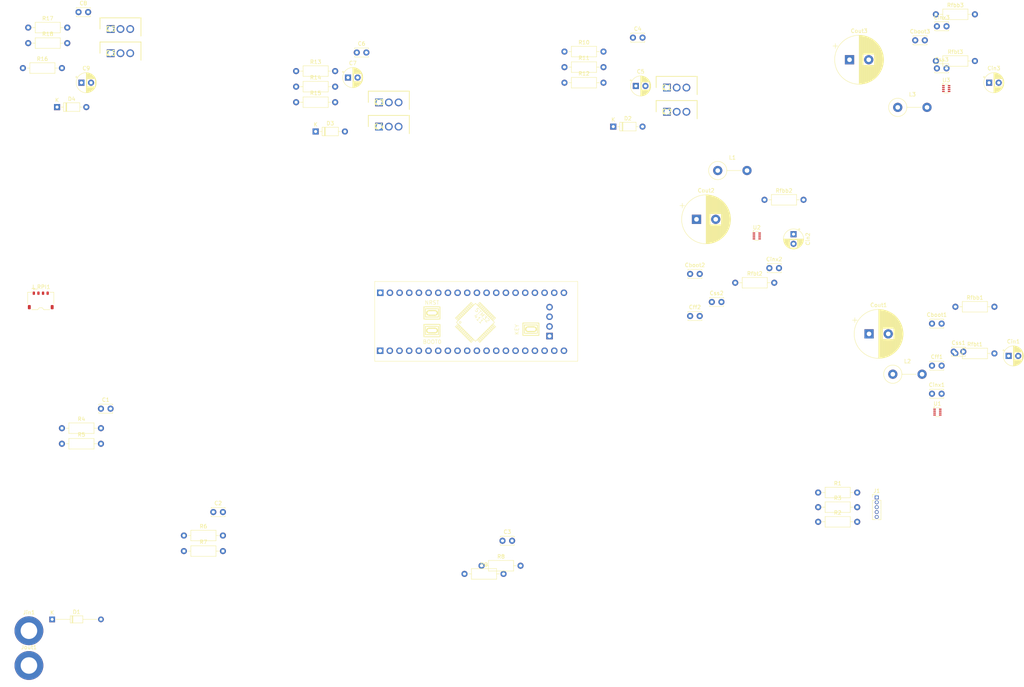
<source format=kicad_pcb>
(kicad_pcb (version 20240108) (generator "pcbnew") (generator_version "8.0")
  (layers (0 "F.Cu" signal) (31 "B.Cu" signal) (34 "B.Paste" user) (35 "F.Paste" user) (36 "B.SilkS" user "B.Silkscreen") (37 "F.SilkS" user "F.Silkscreen") (38 "B.Mask" user) (39 "F.Mask" user) (44 "Edge.Cuts" user))
  (net 0 "")
  (net 1 "Net-(U1-SW)")
  (net 2 "Net-(U1-BST)")
  (net 3 "Net-(U2-BST)")
  (net 4 "Net-(U2-SW)")
  (net 5 "Net-(U3-SW)")
  (net 6 "Net-(U3-BST)")
  (net 7 "Net-(U1-FB)")
  (net 8 "+12V")
  (net 9 "Net-(U2-FB)")
  (net 10 "+5V")
  (net 11 "+24V")
  (net 12 "GND")
  (net 13 "+3.3V")
  (net 14 "Net-(U1-SS)")
  (net 15 "Net-(U2-SS)")
  (net 16 "Net-(U3-SS)")
  (net 17 "Net-(D1-K)")
  (net 18 "Net-(D2-A)")
  (net 19 "BST_U")
  (net 20 "Net-(D3-A)")
  (net 21 "BST_V")
  (net 22 "BST_W")
  (net 23 "Net-(D4-A)")
  (net 24 "hal1")
  (net 25 "hal2")
  (net 26 "hal3")
  (net 27 "Net-(Q1-Pad1)")
  (net 28 "SH_U")
  (net 29 "SL_U")
  (net 30 "Net-(Q2-Pad1)")
  (net 31 "SH_V")
  (net 32 "Net-(Q3-Pad1)")
  (net 33 "SL_V")
  (net 34 "Net-(Q4-Pad1)")
  (net 35 "Net-(Q5-Pad1)")
  (net 36 "SH_W")
  (net 37 "Net-(Q6-Pad1)")
  (net 38 "SL_W")
  (net 39 "Net-(U3-FB)")
  (net 40 "HallU")
  (net 41 "HallW")
  (net 42 "HallV")
  (net 66 "SCL_RPI")
  (net 68 "SDA_RPI")
  (net 69 "SD_U")
  (net 73 "IN_U")
  (net 74 "IN_V")
  (net 76 "SD_V")
  (net 80 "IN_W")
  (net 83 "SD_W")
  (net 84 "GH_U")
  (net 85 "GL_U")
  (net 86 "GH_V")
  (net 87 "GL_V")
  (net 88 "GH_W")
  (net 89 "GL_W")
  (footprint "STM32:Blackpill" (layer "F.Cu") (at 113.184743 111.89)
    (property "Reference" "U7" (hide yes))
    (property "Value" "YAAJ_BlackPill_SWD_BreakoutV2" (hide yes))
    (fp_text user "NRST" (at 12.95 -14.69 0) (layer "F.SilkS") (effects (font (thickness 0.1)) (justify left bottom)))
    (fp_text user "BOOT0" (at 12.47 -4.48 0) (layer "F.SilkS") (effects (font (thickness 0.1)) (justify left bottom)))
    (fp_text user "STM32" (at 25.84 -13.3 -45) (layer "F.SilkS") (effects (font (thickness 0.1)) (justify left bottom)))
    (fp_text user "411" (at 25.56 -11.69 -45) (layer "F.SilkS") (effects (font (thickness 0.1)) (justify left bottom)))
    (fp_text user "KEY" (at 37.6 -6.82 90) (layer "F.SilkS") (effects (font (thickness 0.1)) (justify left bottom)))
    (pad "1" thru_hole circle (at 49.23 -17.84 270) (size 1.7 1.7) (drill 1) (layers "*.Cu" "*.Mask"))
    (pad "2" thru_hole circle (at 46.714202 -17.84 270) (size 1.7 1.7) (drill 1) (layers "*.Cu" "*.Mask") (net 69 "SD_U"))
    (pad "3" thru_hole circle (at 44.198413 -17.84 270) (size 1.7 1.7) (drill 1) (layers "*.Cu" "*.Mask") (net 76 "SD_V"))
    (pad "4" thru_hole circle (at 41.682624 -17.84 270) (size 1.7 1.7) (drill 1) (layers "*.Cu" "*.Mask") (net 83 "SD_W"))
    (pad "5" thru_hole circle (at 39.166835 -17.84 270) (size 1.7 1.7) (drill 1) (layers "*.Cu" "*.Mask"))
    (pad "6" thru_hole circle (at 36.651046 -17.84 270) (size 1.7 1.7) (drill 1) (layers "*.Cu" "*.Mask"))
    (pad "7" thru_hole circle (at 34.135257 -17.84 270) (size 1.7 1.7) (drill 1) (layers "*.Cu" "*.Mask"))
    (pad "8" thru_hole circle (at 31.619468 -17.84 270) (size 1.7 1.7) (drill 1) (layers "*.Cu" "*.Mask"))
    (pad "9" thru_hole circle (at 29.103679 -17.84 270) (size 1.7 1.7) (drill 1) (layers "*.Cu" "*.Mask"))
    (pad "10" thru_hole circle (at 26.58789 -17.84 270) (size 1.7 1.7) (drill 1) (layers "*.Cu" "*.Mask"))
    (pad "11" thru_hole circle (at 24.072101 -17.84 270) (size 1.7 1.7) (drill 1) (layers "*.Cu" "*.Mask"))
    (pad "12" thru_hole circle (at 21.556312 -17.84 270) (size 1.7 1.7) (drill 1) (layers "*.Cu" "*.Mask") (net 73 "IN_U"))
    (pad "13" thru_hole circle (at 19.040523 -17.84 270) (size 1.7 1.7) (drill 1) (layers "*.Cu" "*.Mask") (net 74 "IN_V"))
    (pad "14" thru_hole circle (at 16.524734 -17.84 270) (size 1.7 1.7) (drill 1) (layers "*.Cu" "*.Mask") (net 80 "IN_W"))
    (pad "15" thru_hole circle (at 14.008945 -17.84 270) (size 1.7 1.7) (drill 1) (layers "*.Cu" "*.Mask"))
    (pad "16" thru_hole circle (at 11.493156 -17.84 270) (size 1.7 1.7) (drill 1) (layers "*.Cu" "*.Mask"))
    (pad "17" thru_hole circle (at 8.977367 -17.84 270) (size 1.7 1.7) (drill 1) (layers "*.Cu" "*.Mask") (net 66 "SCL_RPI"))
    (pad "18" thru_hole circle (at 6.461578 -17.84 270) (size 1.7 1.7) (drill 1) (layers "*.Cu" "*.Mask") (net 13 "+3.3V"))
    (pad "19" thru_hole circle (at 3.945789 -17.84 270) (size 1.7 1.7) (drill 1) (layers "*.Cu" "*.Mask") (net 12 "GND"))
    (pad "20" thru_hole rect (at 1.43 -17.84 270) (size 1.7 1.7) (drill 1) (layers "*.Cu" "*.Mask"))
    (pad "21" thru_hole rect (at 1.4 -2.75 270) (size 1.7 1.7) (drill 1) (layers "*.Cu" "*.Mask"))
    (pad "22" thru_hole circle (at 3.917894 -2.75 270) (size 1.7 1.7) (drill 1) (layers "*.Cu" "*.Mask"))
    (pad "23" thru_hole circle (at 6.435788 -2.75 270) (size 1.7 1.7) (drill 1) (layers "*.Cu" "*.Mask"))
    (pad "24" thru_hole circle (at 8.953682 -2.75 270) (size 1.7 1.7) (drill 1) (layers "*.Cu" "*.Mask"))
    (pad "25" thru_hole circle (at 11.471576 -2.75 270) (size 1.7 1.7) (drill 1) (layers "*.Cu" "*.Mask"))
    (pad "26" thru_hole circle (at 13.98947 -2.75 270) (size 1.7 1.7) (drill 1) (layers "*.Cu" "*.Mask"))
    (pad "27" thru_hole circle (at 16.507364 -2.75 270) (size 1.7 1.7) (drill 1) (layers "*.Cu" "*.Mask"))
    (pad "28" thru_hole circle (at 19.025258 -2.75 270) (size 1.7 1.7) (drill 1) (layers "*.Cu" "*.Mask"))
    (pad "29" thru_hole circle (at 21.543152 -2.75 270) (size 1.7 1.7) (drill 1) (layers "*.Cu" "*.Mask"))
    (pad "30" thru_hole circle (at 24.061046 -2.75 270) (size 1.7 1.7) (drill 1) (layers "*.Cu" "*.Mask"))
    (pad "31" thru_hole circle (at 26.57894 -2.75 270) (size 1.7 1.7) (drill 1) (layers "*.Cu" "*.Mask") (net 68 "SDA_RPI"))
    (pad "32" thru_hole circle (at 29.096834 -2.75 270) (size 1.7 1.7) (drill 1) (layers "*.Cu" "*.Mask"))
    (pad "33" thru_hole circle (at 31.614728 -2.75 270) (size 1.7 1.7) (drill 1) (layers "*.Cu" "*.Mask") (net 40 "HallU"))
    (pad "34" thru_hole circle (at 34.132622 -2.75 270) (size 1.7 1.7) (drill 1) (layers "*.Cu" "*.Mask") (net 42 "HallV"))
    (pad "35" thru_hole circle (at 36.650516 -2.75 270) (size 1.7 1.7) (drill 1) (layers "*.Cu" "*.Mask") (net 41 "HallW"))
    (pad "36" thru_hole circle (at 39.16841 -2.75 270) (size 1.7 1.7) (drill 1) (layers "*.Cu" "*.Mask"))
    (pad "37" thru_hole circle (at 41.686304 -2.75 270) (size 1.7 1.7) (drill 1) (layers "*.Cu" "*.Mask"))
    (pad "38" thru_hole circle (at 44.204198 -2.75 270) (size 1.7 1.7) (drill 1) (layers "*.Cu" "*.Mask"))
    (pad "39" thru_hole circle (at 46.722092 -2.75 270) (size 1.7 1.7) (drill 1) (layers "*.Cu" "*.Mask") (net 12 "GND"))
    (pad "40" thru_hole circle (at 49.24 -2.75 270) (size 1.7 1.7) (drill 1) (layers "*.Cu" "*.Mask") (net 13 "+3.3V"))
    (pad "41" thru_hole rect (at 45.49 -6.57 270) (size 1.7 1.7) (drill 1) (layers "*.Cu" "*.Mask") (net 13 "+3.3V"))
    (pad "42" thru_hole circle (at 45.49 -9.07 270) (size 1.7 1.7) (drill 1) (layers "*.Cu" "*.Mask"))
    (pad "43" thru_hole circle (at 45.49 -11.6 270) (size 1.7 1.7) (drill 1) (layers "*.Cu" "*.Mask"))
    (pad "44" thru_hole circle (at 45.49 -14.11 270) (size 1.7 1.7) (drill 1) (layers "*.Cu" "*.Mask") (net 12 "GND"))
  )
  (footprint "Capacitor_THT:CP_Radial_D5.0mm_P2.50mm" (layer "F.Cu") (at 36.83 39.37)
    (property "Reference" "C9" (at 1.25 -3.75 0) (layer "F.SilkS"))
    (property "Value" "2.2u")
    (pad "1" thru_hole rect (at 0 0) (size 1.6 1.6) (drill 0.8) (layers "*.Cu" "*.Mask") (net 11 "+24V"))
    (pad "2" thru_hole circle (at 2.5 0) (size 1.6 1.6) (drill 0.8) (layers "*.Cu" "*.Mask") (net 12 "GND"))
  )
  (footprint "Capacitor_THT:C_Disc_D3.4mm_W2.1mm_P2.50mm" (layer "F.Cu") (at 259.510225 35.63)
    (property "Reference" "Css3" (at 1.25 -2.3 0) (layer "F.SilkS"))
    (property "Value" "33n")
    (pad "1" thru_hole circle (at 0 0) (size 1.6 1.6) (drill 0.8) (layers "*.Cu" "*.Mask") (net 12 "GND"))
    (pad "2" thru_hole circle (at 2.5 0) (size 1.6 1.6) (drill 0.8) (layers "*.Cu" "*.Mask") (net 16 "Net-(U3-SS)"))
  )
  (footprint "Capacitor_THT:C_Disc_D3.4mm_W2.1mm_P2.50mm" (layer "F.Cu") (at 36.070225 20.99)
    (property "Reference" "C8" (at 1.25 -2.3 0) (layer "F.SilkS"))
    (property "Value" "47n")
    (pad "1" thru_hole circle (at 0 0) (size 1.6 1.6) (drill 0.8) (layers "*.Cu" "*.Mask") (net 22 "BST_W"))
    (pad "2" thru_hole circle (at 2.5 0) (size 1.6 1.6) (drill 0.8) (layers "*.Cu" "*.Mask") (net 36 "SH_W"))
  )
  (footprint "Capacitor_THT:C_Disc_D3.4mm_W2.1mm_P2.50mm" (layer "F.Cu") (at 195.27 89.15)
    (property "Reference" "Cboot2" (at 1.25 -2.3 0) (layer "F.SilkS"))
    (property "Value" "100n")
    (pad "1" thru_hole circle (at 0 0) (size 1.6 1.6) (drill 0.8) (layers "*.Cu" "*.Mask") (net 3 "Net-(U2-BST)"))
    (pad "2" thru_hole circle (at 2.5 0) (size 1.6 1.6) (drill 0.8) (layers "*.Cu" "*.Mask") (net 4 "Net-(U2-SW)"))
  )
  (footprint "Package_TO_SOT_SMD:SOT-583-8" (layer "F.Cu") (at 261.940225 40.895)
    (property "Reference" "U3" (at 0 -2.2 0) (layer "F.SilkS"))
    (property "Value" "TPS62932")
    (pad "1" smd roundrect (at -0.74 -0.75) (size 0.67 0.3) (layers "F.Cu" "F.Paste" "F.Mask") (roundrect_rratio 0.1666666667))
    (pad "2" smd roundrect (at -0.74 -0.25) (size 0.67 0.3) (layers "F.Cu" "F.Paste" "F.Mask") (roundrect_rratio 0.1666666667))
    (pad "3" smd roundrect (at -0.74 0.25) (size 0.67 0.3) (layers "F.Cu" "F.Paste" "F.Mask") (roundrect_rratio 0.1666666667) (net 11 "+24V"))
    (pad "4" smd roundrect (at -0.74 0.75) (size 0.67 0.3) (layers "F.Cu" "F.Paste" "F.Mask") (roundrect_rratio 0.1666666667) (net 12 "GND"))
    (pad "5" smd roundrect (at 0.74 0.75) (size 0.67 0.3) (layers "F.Cu" "F.Paste" "F.Mask") (roundrect_rratio 0.1666666667) (net 5 "Net-(U3-SW)"))
    (pad "6" smd roundrect (at 0.74 0.25) (size 0.67 0.3) (layers "F.Cu" "F.Paste" "F.Mask") (roundrect_rratio 0.1666666667) (net 6 "Net-(U3-BST)"))
    (pad "7" smd roundrect (at 0.74 -0.25) (size 0.67 0.3) (layers "F.Cu" "F.Paste" "F.Mask") (roundrect_rratio 0.1666666667) (net 16 "Net-(U3-SS)"))
    (pad "8" smd roundrect (at 0.74 -0.75) (size 0.67 0.3) (layers "F.Cu" "F.Paste" "F.Mask") (roundrect_rratio 0.1666666667) (net 39 "Net-(U3-FB)"))
  )
  (footprint "Inductor_THT:L_Axial_L13.0mm_D4.5mm_P7.62mm_Vertical_Fastron_HCCC" (layer "F.Cu") (at 249.310225 45.79)
    (property "Reference" "L3" (at 3.81 -3.37 0) (layer "F.SilkS"))
    (property "Value" "7.8u")
    (pad "1" thru_hole circle (at 0 0) (size 2.4 2.4) (drill 1.2) (layers "*.Cu" "*.Mask") (net 13 "+3.3V"))
    (pad "2" thru_hole oval (at 7.62 0) (size 2.4 2.4) (drill 1.2) (layers "*.Cu" "*.Mask") (net 5 "Net-(U3-SW)"))
  )
  (footprint "Resistor_THT:R_Axial_DIN0207_L6.3mm_D2.5mm_P10.16mm_Horizontal" (layer "F.Cu") (at 22.980225 25.02)
    (property "Reference" "R17" (at 5.08 -2.37 0) (layer "F.SilkS"))
    (property "Value" "4.7")
    (pad "1" thru_hole circle (at 0 0) (size 1.6 1.6) (drill 0.8) (layers "*.Cu" "*.Mask") (net 88 "GH_W"))
    (pad "2" thru_hole oval (at 10.16 0) (size 1.6 1.6) (drill 0.8) (layers "*.Cu" "*.Mask") (net 35 "Net-(Q5-Pad1)"))
  )
  (footprint "Diode_THT:D_DO-35_SOD27_P7.62mm_Horizontal" (layer "F.Cu") (at 175.26 50.8)
    (property "Reference" "D2" (at 3.81 -2.12 0) (layer "F.SilkS"))
    (property "Value" "1N4148")
    (fp_text user "K" (at 0 -1.8 0) (layer "F.SilkS"))
    (pad "1" thru_hole rect (at 0 0) (size 1.6 1.6) (drill 0.8) (layers "*.Cu" "*.Mask") (net 19 "BST_U"))
    (pad "2" thru_hole oval (at 7.62 0) (size 1.6 1.6) (drill 0.8) (layers "*.Cu" "*.Mask") (net 18 "Net-(D2-A)"))
  )
  (footprint "Resistor_THT:R_Axial_DIN0207_L6.3mm_D2.5mm_P10.16mm_Horizontal" (layer "F.Cu") (at 228.6 146.05)
    (property "Reference" "R1" (at 5.08 -2.37 0) (layer "F.SilkS"))
    (property "Value" "10k")
    (pad "1" thru_hole circle (at 0 0) (size 1.6 1.6) (drill 0.8) (layers "*.Cu" "*.Mask") (net 13 "+3.3V"))
    (pad "2" thru_hole oval (at 10.16 0) (size 1.6 1.6) (drill 0.8) (layers "*.Cu" "*.Mask") (net 24 "hal1"))
  )
  (footprint "Resistor_THT:R_Axial_DIN0207_L6.3mm_D2.5mm_P10.16mm_Horizontal" (layer "F.Cu") (at 264.320225 109.84)
    (property "Reference" "Rfbt1" (at 5.08 -2.37 0) (layer "F.SilkS"))
    (property "Value" "140k")
    (pad "1" thru_hole circle (at 0 0) (size 1.6 1.6) (drill 0.8) (layers "*.Cu" "*.Mask") (net 8 "+12V"))
    (pad "2" thru_hole oval (at 10.16 0) (size 1.6 1.6) (drill 0.8) (layers "*.Cu" "*.Mask") (net 7 "Net-(U1-FB)"))
  )
  (footprint "Package_TO_SOT_SMD:SOT-583-8" (layer "F.Cu") (at 212.62 79.26)
    (property "Reference" "U2" (at 0 -2.2 0) (layer "F.SilkS"))
    (property "Value" "TPS62932")
    (pad "1" smd roundrect (at -0.74 -0.75) (size 0.67 0.3) (layers "F.Cu" "F.Paste" "F.Mask") (roundrect_rratio 0.1666666667))
    (pad "2" smd roundrect (at -0.74 -0.25) (size 0.67 0.3) (layers "F.Cu" "F.Paste" "F.Mask") (roundrect_rratio 0.1666666667))
    (pad "3" smd roundrect (at -0.74 0.25) (size 0.67 0.3) (layers "F.Cu" "F.Paste" "F.Mask") (roundrect_rratio 0.1666666667) (net 11 "+24V"))
    (pad "4" smd roundrect (at -0.74 0.75) (size 0.67 0.3) (layers "F.Cu" "F.Paste" "F.Mask") (roundrect_rratio 0.1666666667) (net 12 "GND"))
    (pad "5" smd roundrect (at 0.74 0.75) (size 0.67 0.3) (layers "F.Cu" "F.Paste" "F.Mask") (roundrect_rratio 0.1666666667) (net 4 "Net-(U2-SW)"))
    (pad "6" smd roundrect (at 0.74 0.25) (size 0.67 0.3) (layers "F.Cu" "F.Paste" "F.Mask") (roundrect_rratio 0.1666666667) (net 3 "Net-(U2-BST)"))
    (pad "7" smd roundrect (at 0.74 -0.25) (size 0.67 0.3) (layers "F.Cu" "F.Paste" "F.Mask") (roundrect_rratio 0.1666666667) (net 15 "Net-(U2-SS)"))
    (pad "8" smd roundrect (at 0.74 -0.75) (size 0.67 0.3) (layers "F.Cu" "F.Paste" "F.Mask") (roundrect_rratio 0.1666666667) (net 9 "Net-(U2-FB)"))
  )
  (footprint "Capacitor_THT:CP_Radial_D5.0mm_P2.50mm" (layer "F.Cu") (at 222.185112 78.804886 -90)
    (property "Reference" "Cin2" (at 1.25 -3.75 90) (layer "F.SilkS"))
    (property "Value" "10u")
    (pad "1" thru_hole rect (at 0 0 270) (size 1.6 1.6) (drill 0.8) (layers "*.Cu" "*.Mask") (net 11 "+24V"))
    (pad "2" thru_hole circle (at 2.5 0 270) (size 1.6 1.6) (drill 0.8) (layers "*.Cu" "*.Mask") (net 12 "GND"))
  )
  (footprint "Resistor_THT:R_Axial_DIN0207_L6.3mm_D2.5mm_P10.16mm_Horizontal" (layer "F.Cu") (at 136.54 167.23)
    (property "Reference" "R9" (at 5.08 -2.37 0) (layer "F.SilkS"))
    (property "Value" "10k")
    (pad "1" thru_hole circle (at 0 0) (size 1.6 1.6) (drill 0.8) (layers "*.Cu" "*.Mask") (net 83 "SD_W"))
    (pad "2" thru_hole oval (at 10.16 0) (size 1.6 1.6) (drill 0.8) (layers "*.Cu" "*.Mask") (net 12 "GND"))
  )
  (footprint "Capacitor_THT:C_Disc_D3.4mm_W2.1mm_P2.50mm" (layer "F.Cu") (at 215.9 87.63)
    (property "Reference" "Cinx2" (at 1.25 -2.3 0) (layer "F.SilkS"))
    (property "Value" "100n")
    (pad "1" thru_hole circle (at 0 0) (size 1.6 1.6) (drill 0.8) (layers "*.Cu" "*.Mask") (net 11 "+24V"))
    (pad "2" thru_hole circle (at 2.5 0) (size 1.6 1.6) (drill 0.8) (layers "*.Cu" "*.Mask") (net 12 "GND"))
  )
  (footprint "Capacitor_THT:C_Disc_D3.4mm_W2.1mm_P2.50mm" (layer "F.Cu") (at 258.230225 120.33)
    (property "Reference" "Cinx1" (at 1.25 -2.3 0) (layer "F.SilkS"))
    (property "Value" "100n")
    (pad "1" thru_hole circle (at 0 0) (size 1.6 1.6) (drill 0.8) (layers "*.Cu" "*.Mask") (net 11 "+24V"))
    (pad "2" thru_hole circle (at 2.5 0) (size 1.6 1.6) (drill 0.8) (layers "*.Cu" "*.Mask") (net 12 "GND"))
  )
  (footprint "Resistor_THT:R_Axial_DIN0207_L6.3mm_D2.5mm_P10.16mm_Horizontal" (layer "F.Cu") (at 31.75 129.3)
    (property "Reference" "R4" (at 5.08 -2.37 0) (layer "F.SilkS"))
    (property "Value" "10k")
    (pad "1" thru_hole circle (at 0 0) (size 1.6 1.6) (drill 0.8) (layers "*.Cu" "*.Mask") (net 69 "SD_U"))
    (pad "2" thru_hole oval (at 10.16 0) (size 1.6 1.6) (drill 0.8) (layers "*.Cu" "*.Mask") (net 12 "GND"))
  )
  (footprint "Capacitor_THT:C_Disc_D3.4mm_W2.1mm_P2.50mm" (layer "F.Cu") (at 180.385 27.64)
    (property "Reference" "C4" (at 1.25 -2.3 0) (layer "F.SilkS"))
    (property "Value" "47n")
    (pad "1" thru_hole circle (at 0 0) (size 1.6 1.6) (drill 0.8) (layers "*.Cu" "*.Mask") (net 19 "BST_U"))
    (pad "2" thru_hole circle (at 2.5 0) (size 1.6 1.6) (drill 0.8) (layers "*.Cu" "*.Mask") (net 28 "SH_U"))
  )
  (footprint "MountingHole:MountingHole_4.3mm_M4_DIN965_Pad" (layer "F.Cu") (at 23.16 182.02)
    (property "Reference" "Jin1" (at 0 -4.75 0) (layer "F.SilkS"))
    (property "Value" "Conn_01x01_Socket")
    (pad "1" thru_hole circle (at 0 0) (size 7.5 7.5) (drill 4.3) (layers "*.Cu" "*.Mask") (net 11 "+24V"))
  )
  (footprint "Resistor_THT:R_Axial_DIN0207_L6.3mm_D2.5mm_P10.16mm_Horizontal" (layer "F.Cu") (at 259.240225 21.57)
    (property "Reference" "Rfbb3" (at 5.08 -2.37 0) (layer "F.SilkS"))
    (property "Value" "10k")
    (pad "1" thru_hole circle (at 0 0) (size 1.6 1.6) (drill 0.8) (layers "*.Cu" "*.Mask") (net 39 "Net-(U3-FB)"))
    (pad "2" thru_hole oval (at 10.16 0) (size 1.6 1.6) (drill 0.8) (layers "*.Cu" "*.Mask") (net 12 "GND"))
  )
  (footprint "Capacitor_THT:C_Disc_D3.4mm_W2.1mm_P2.50mm" (layer "F.Cu") (at 253.860225 28.33)
    (property "Reference" "Cboot3" (at 1.25 -2.3 0) (layer "F.SilkS"))
    (property "Value" "100n")
    (pad "1" thru_hole circle (at 0 0) (size 1.6 1.6) (drill 0.8) (layers "*.Cu" "*.Mask") (net 6 "Net-(U3-BST)"))
    (pad "2" thru_hole circle (at 2.5 0) (size 1.6 1.6) (drill 0.8) (layers "*.Cu" "*.Mask") (net 5 "Net-(U3-SW)"))
  )
  (footprint "Resistor_THT:R_Axial_DIN0207_L6.3mm_D2.5mm_P10.16mm_Horizontal" (layer "F.Cu") (at 207.01 91.44)
    (property "Reference" "Rfbt2" (at 5.08 -2.37 0) (layer "F.SilkS"))
    (property "Value" "52.3k")
    (pad "1" thru_hole circle (at 0 0) (size 1.6 1.6) (drill 0.8) (layers "*.Cu" "*.Mask") (net 10 "+5V"))
    (pad "2" thru_hole oval (at 10.16 0) (size 1.6 1.6) (drill 0.8) (layers "*.Cu" "*.Mask") (net 9 "Net-(U2-FB)"))
  )
  (footprint "Package_TO_SOT_SMD:SOT-583-8" (layer "F.Cu") (at 259.640225 125.115)
    (property "Reference" "U1" (at 0 -2.2 0) (layer "F.SilkS"))
    (property "Value" "TPS62932")
    (pad "1" smd roundrect (at -0.74 -0.75) (size 0.67 0.3) (layers "F.Cu" "F.Paste" "F.Mask") (roundrect_rratio 0.1666666667))
    (pad "2" smd roundrect (at -0.74 -0.25) (size 0.67 0.3) (layers "F.Cu" "F.Paste" "F.Mask") (roundrect_rratio 0.1666666667))
    (pad "3" smd roundrect (at -0.74 0.25) (size 0.67 0.3) (layers "F.Cu" "F.Paste" "F.Mask") (roundrect_rratio 0.1666666667) (net 11 "+24V"))
    (pad "4" smd roundrect (at -0.74 0.75) (size 0.67 0.3) (layers "F.Cu" "F.Paste" "F.Mask") (roundrect_rratio 0.1666666667) (net 12 "GND"))
    (pad "5" smd roundrect (at 0.74 0.75) (size 0.67 0.3) (layers "F.Cu" "F.Paste" "F.Mask") (roundrect_rratio 0.1666666667) (net 1 "Net-(U1-SW)"))
    (pad "6" smd roundrect (at 0.74 0.25) (size 0.67 0.3) (layers "F.Cu" "F.Paste" "F.Mask") (roundrect_rratio 0.1666666667) (net 2 "Net-(U1-BST)"))
    (pad "7" smd roundrect (at 0.74 -0.25) (size 0.67 0.3) (layers "F.Cu" "F.Paste" "F.Mask") (roundrect_rratio 0.1666666667) (net 14 "Net-(U1-SS)"))
    (pad "8" smd roundrect (at 0.74 -0.75) (size 0.67 0.3) (layers "F.Cu" "F.Paste" "F.Mask") (roundrect_rratio 0.1666666667) (net 7 "Net-(U1-FB)"))
  )
  (footprint "Diode_THT:D_DO-35_SOD27_P7.62mm_Horizontal" (layer "F.Cu") (at 97.79 52.07)
    (property "Reference" "D3" (at 3.81 -2.12 0) (layer "F.SilkS"))
    (property "Value" "1N4148")
    (fp_text user "K" (at 0 -1.8 0) (layer "F.SilkS"))
    (pad "1" thru_hole rect (at 0 0) (size 1.6 1.6) (drill 0.8) (layers "*.Cu" "*.Mask") (net 21 "BST_V"))
    (pad "2" thru_hole oval (at 7.62 0) (size 1.6 1.6) (drill 0.8) (layers "*.Cu" "*.Mask") (net 20 "Net-(D3-A)"))
  )
  (footprint "Capacitor_THT:C_Disc_D3.4mm_W2.1mm_P2.50mm" (layer "F.Cu") (at 263.880225 109.38)
    (property "Reference" "Css1" (at 1.25 -2.3 0) (layer "F.SilkS"))
    (property "Value" "33n")
    (pad "1" thru_hole circle (at 0 0) (size 1.6 1.6) (drill 0.8) (layers "*.Cu" "*.Mask") (net 12 "GND"))
    (pad "2" thru_hole circle (at 2.5 0) (size 1.6 1.6) (drill 0.8) (layers "*.Cu" "*.Mask") (net 14 "Net-(U1-SS)"))
  )
  (footprint "Capacitor_THT:C_Disc_D3.4mm_W2.1mm_P2.50mm" (layer "F.Cu") (at 258.230225 102.08)
    (property "Reference" "Cboot1" (at 1.25 -2.3 0) (layer "F.SilkS"))
    (property "Value" "100n")
    (pad "1" thru_hole circle (at 0 0) (size 1.6 1.6) (drill 0.8) (layers "*.Cu" "*.Mask") (net 2 "Net-(U1-BST)"))
    (pad "2" thru_hole circle (at 2.5 0) (size 1.6 1.6) (drill 0.8) (layers "*.Cu" "*.Mask") (net 1 "Net-(U1-SW)"))
  )
  (footprint "Resistor_THT:R_Axial_DIN0207_L6.3mm_D2.5mm_P10.16mm_Horizontal" (layer "F.Cu") (at 92.71 36.35)
    (property "Reference" "R13" (at 5.08 -2.37 0) (layer "F.SilkS"))
    (property "Value" "10")
    (pad "1" thru_hole circle (at 0 0) (size 1.6 1.6) (drill 0.8) (layers "*.Cu" "*.Mask") (net 8 "+12V"))
    (pad "2" thru_hole oval (at 10.16 0) (size 1.6 1.6) (drill 0.8) (layers "*.Cu" "*.Mask") (net 20 "Net-(D3-A)"))
  )
  (footprint "Capacitor_THT:C_Disc_D3.4mm_W2.1mm_P2.50mm" (layer "F.Cu") (at 259.510225 24.68)
    (property "Reference" "Cinx3" (at 1.25 -2.3 0) (layer "F.SilkS"))
    (property "Value" "100n")
    (pad "1" thru_hole circle (at 0 0) (size 1.6 1.6) (drill 0.8) (layers "*.Cu" "*.Mask") (net 11 "+24V"))
    (pad "2" thru_hole circle (at 2.5 0) (size 1.6 1.6) (drill 0.8) (layers "*.Cu" "*.Mask") (net 12 "GND"))
  )
  (footprint "Resistor_THT:R_Axial_DIN0207_L6.3mm_D2.5mm_P10.16mm_Horizontal" (layer "F.Cu") (at 92.71 40.4)
    (property "Reference" "R14" (at 5.08 -2.37 0) (layer "F.SilkS"))
    (property "Value" "4.7")
    (pad "1" thru_hole circle (at 0 0) (size 1.6 1.6) (drill 0.8) (layers "*.Cu" "*.Mask") (net 86 "GH_V"))
    (pad "2" thru_hole oval (at 10.16 0) (size 1.6 1.6) (drill 0.8) (layers "*.Cu" "*.Mask") (net 32 "Net-(Q3-Pad1)"))
  )
  (footprint "Resistor_THT:R_Axial_DIN0207_L6.3mm_D2.5mm_P10.16mm_Horizontal" (layer "F.Cu") (at 214.63 69.85)
    (property "Reference" "Rfbb2" (at 5.08 -2.37 0) (layer "F.SilkS"))
    (property "Value" "10k")
    (pad "1" thru_hole circle (at 0 0) (size 1.6 1.6) (drill 0.8) (layers "*.Cu" "*.Mask") (net 9 "Net-(U2-FB)"))
    (pad "2" thru_hole oval (at 10.16 0) (size 1.6 1.6) (drill 0.8) (layers "*.Cu" "*.Mask") (net 12 "GND"))
  )
  (footprint "Resistor_THT:R_Axial_DIN0207_L6.3mm_D2.5mm_P10.16mm_Horizontal" (layer "F.Cu") (at 63.5 161.29)
    (property "Reference" "R7" (at 5.08 -2.37 0) (layer "F.SilkS"))
    (property "Value" "10k")
    (pad "1" thru_hole circle (at 0 0) (size 1.6 1.6) (drill 0.8) (layers "*.Cu" "*.Mask") (net 76 "SD_V"))
    (pad "2" thru_hole oval (at 10.16 0) (size 1.6 1.6) (drill 0.8) (layers "*.Cu" "*.Mask") (net 12 "GND"))
  )
  (footprint "Inductor_THT:L_Axial_L13.0mm_D4.5mm_P7.62mm_Vertical_Fastron_HCCC" (layer "F.Cu") (at 202.455 62.23)
    (property "Reference" "L1" (at 3.81 -3.37 0) (layer "F.SilkS"))
    (property "Value" "10u")
    (pad "1" thru_hole circle (at 0 0) (size 2.4 2.4) (drill 1.2) (layers "*.Cu" "*.Mask") (net 10 "+5V"))
    (pad "2" thru_hole oval (at 7.62 0) (size 2.4 2.4) (drill 1.2) (layers "*.Cu" "*.Mask") (net 4 "Net-(U2-SW)"))
  )
  (footprint "Resistor_THT:R_Axial_DIN0207_L6.3mm_D2.5mm_P10.16mm_Horizontal" (layer "F.Cu") (at 259.240225 33.72)
    (property "Reference" "Rfbt3" (at 5.08 -2.37 0) (layer "F.SilkS"))
    (property "Value" "30.9")
    (pad "1" thru_hole circle (at 0 0) (size 1.6 1.6) (drill 0.8) (layers "*.Cu" "*.Mask") (net 13 "+3.3V"))
    (pad "2" thru_hole oval (at 10.16 0) (size 1.6 1.6) (drill 0.8) (layers "*.Cu" "*.Mask") (net 39 "Net-(U3-FB)"))
  )
  (footprint "Resistor_THT:R_Axial_DIN0207_L6.3mm_D2.5mm_P10.16mm_Horizontal" (layer "F.Cu") (at 228.6 149.86)
    (property "Reference" "R3" (at 5.08 -2.37 0) (layer "F.SilkS"))
    (property "Value" "10k")
    (pad "1" thru_hole circle (at 0 0) (size 1.6 1.6) (drill 0.8) (layers "*.Cu" "*.Mask") (net 13 "+3.3V"))
    (pad "2" thru_hole oval (at 10.16 0) (size 1.6 1.6) (drill 0.8) (layers "*.Cu" "*.Mask") (net 25 "hal2"))
  )
  (footprint "LIB_IPP015N04NF2SAKMA1:TO254P475X1028X1996-3P" (layer "F.Cu") (at 114.3 44.5)
    (property "Reference" "Q3" (at 0 0 0) (layer "F.SilkS") (effects (font (size 1.27 1.27) (thickness 0.254))))
    (property "Value" "IPP015N04NF2SAKMA1" (hide yes))
    (pad "1" thru_hole rect (at 0 0) (size 2.025 2.025) (drill 1.35) (layers "*.Cu" "*.Mask") (net 32 "Net-(Q3-Pad1)"))
    (pad "2" thru_hole circle (at 2.54 0) (size 2.025 2.025) (drill 1.35) (layers "*.Cu" "*.Mask") (net 11 "+24V"))
    (pad "3" thru_hole circle (at 5.08 0) (size 2.025 2.025) (drill 1.35) (layers "*.Cu" "*.Mask") (net 31 "SH_V"))
  )
  (footprint "Connector_JST:JST_ACH_BM04B-ACHSS-A-GAN-ETF_1x04-1MP_P1.20mm_Vertical" (layer "F.Cu") (at 26.235 96.04)
    (property "Reference" "J_RPI1" (at 0 -3.5 0) (layer "F.SilkS"))
    (property "Value" "Conn_01x04")
    (pad "1" smd roundrect (at -1.8 -1.875) (size 0.6 0.85) (layers "F.Cu" "F.Paste" "F.Mask") (net 10 "+5V"))
    (pad "2" smd roundrect (at -0.6 -1.875) (size 0.6 0.85) (layers "F.Cu" "F.Paste" "F.Mask") (net 66 "SCL_RPI"))
    (pad "3" smd roundrect (at 0.6 -1.875) (size 0.6 0.85) (layers "F.Cu" "F.Paste" "F.Mask") (net 68 "SDA_RPI"))
    (pad "4" smd roundrect (at 1.8 -1.875) (size 0.6 0.85) (layers "F.Cu" "F.Paste" "F.Mask") (net 12 "GND"))
    (pad "MP" smd roundrect (at -2.975 1.75) (size 0.75 1.1) (layers "F.Cu" "F.Paste" "F.Mask"))
    (pad "MP" smd roundrect (at 2.975 1.75) (size 0.75 1.1) (layers "F.Cu" "F.Paste" "F.Mask"))
  )
  (footprint "Capacitor_THT:C_Disc_D3.4mm_W2.1mm_P2.50mm" (layer "F.Cu") (at 258.230225 113.03)
    (property "Reference" "Cff1" (at 1.25 -2.3 0) (layer "F.SilkS"))
    (property "Value" "47p")
    (pad "1" thru_hole circle (at 0 0) (size 1.6 1.6) (drill 0.8) (layers "*.Cu" "*.Mask") (net 8 "+12V"))
    (pad "2" thru_hole circle (at 2.5 0) (size 1.6 1.6) (drill 0.8) (layers "*.Cu" "*.Mask") (net 7 "Net-(U1-FB)"))
  )
  (footprint "Capacitor_THT:C_Disc_D3.4mm_W2.1mm_P2.50mm" (layer "F.Cu") (at 71.16 151.13)
    (property "Reference" "C2" (at 1.25 -2.3 0) (layer "F.SilkS"))
    (property "Value" "470n")
    (pad "1" thru_hole circle (at 0 0) (size 1.6 1.6) (drill 0.8) (layers "*.Cu" "*.Mask") (net 12 "GND"))
    (pad "2" thru_hole circle (at 2.5 0) (size 1.6 1.6) (drill 0.8) (layers "*.Cu" "*.Mask") (net 8 "+12V"))
  )
  (footprint "Capacitor_THT:CP_Radial_D12.5mm_P5.00mm" (layer "F.Cu") (at 196.93 74.93)
    (property "Reference" "Cout2" (at 2.5 -7.5 0) (layer "F.SilkS"))
    (property "Value" "47u")
    (pad "1" thru_hole rect (at 0 0) (size 2.4 2.4) (drill 1.2) (layers "*.Cu" "*.Mask") (net 10 "+5V"))
    (pad "2" thru_hole circle (at 5 0) (size 2.4 2.4) (drill 1.2) (layers "*.Cu" "*.Mask") (net 12 "GND"))
  )
  (footprint "Capacitor_THT:C_Disc_D3.4mm_W2.1mm_P2.50mm" (layer "F.Cu") (at 41.91 124.22)
    (property "Reference" "C1" (at 1.25 -2.3 0) (layer "F.SilkS"))
    (property "Value" "470n")
    (pad "1" thru_hole circle (at 0 0) (size 1.6 1.6) (drill 0.8) (layers "*.Cu" "*.Mask") (net 12 "GND"))
    (pad "2" thru_hole circle (at 2.5 0) (size 1.6 1.6) (drill 0.8) (layers "*.Cu" "*.Mask") (net 8 "+12V"))
  )
  (footprint "Capacitor_THT:CP_Radial_D5.0mm_P2.50mm" (layer "F.Cu") (at 106.214775 38.03)
    (property "Reference" "C7" (at 1.25 -3.75 0) (layer "F.SilkS"))
    (property "Value" "2.2u")
    (pad "1" thru_hole rect (at 0 0) (size 1.6 1.6) (drill 0.8) (layers "*.Cu" "*.Mask") (net 11 "+24V"))
    (pad "2" thru_hole circle (at 2.5 0) (size 1.6 1.6) (drill 0.8) (layers "*.Cu" "*.Mask") (net 12 "GND"))
  )
  (footprint "Resistor_THT:R_Axial_DIN0207_L6.3mm_D2.5mm_P10.16mm_Horizontal" (layer "F.Cu") (at 21.59 35.56)
    (property "Reference" "R16" (at 5.08 -2.37 0) (layer "F.SilkS"))
    (property "Value" "10")
    (pad "1" thru_hole circle (at 0 0) (size 1.6 1.6) (drill 0.8) (layers "*.Cu" "*.Mask") (net 8 "+12V"))
    (pad "2" thru_hole oval (at 10.16 0) (size 1.6 1.6) (drill 0.8) (layers "*.Cu" "*.Mask") (net 23 "Net-(D4-A)"))
  )
  (footprint "Resistor_THT:R_Axial_DIN0207_L6.3mm_D2.5mm_P10.16mm_Horizontal" (layer "F.Cu") (at 140.97 165.1)
    (property "Reference" "R8" (at 5.08 -2.37 0) (layer "F.SilkS"))
    (property "Value" "10k")
    (pad "1" thru_hole circle (at 0 0) (size 1.6 1.6) (drill 0.8) (layers "*.Cu" "*.Mask") (net 80 "IN_W"))
    (pad "2" thru_hole oval (at 10.16 0) (size 1.6 1.6) (drill 0.8) (layers "*.Cu" "*.Mask") (net 12 "GND"))
  )
  (footprint "Capacitor_THT:CP_Radial_D12.5mm_P5.00mm" (layer "F.Cu") (at 241.842307 104.75)
    (property "Reference" "Cout1" (at 2.5 -7.5 0) (layer "F.SilkS"))
    (property "Value" "47u")
    (pad "1" thru_hole rect (at 0 0) (size 2.4 2.4) (drill 1.2) (layers "*.Cu" "*.Mask") (net 8 "+12V"))
    (pad "2" thru_hole circle (at 5 0) (size 2.4 2.4) (drill 1.2) (layers "*.Cu" "*.Mask") (net 12 "GND"))
  )
  (footprint "Resistor_THT:R_Axial_DIN0207_L6.3mm_D2.5mm_P10.16mm_Horizontal" (layer "F.Cu") (at 228.6 153.67)
    (property "Reference" "R2" (at 5.08 -2.37 0) (layer "F.SilkS"))
    (property "Value" "10k")
    (pad "1" thru_hole circle (at 0 0) (size 1.6 1.6) (drill 0.8) (layers "*.Cu" "*.Mask") (net 13 "+3.3V"))
    (pad "2" thru_hole oval (at 10.16 0) (size 1.6 1.6) (drill 0.8) (layers "*.Cu" "*.Mask") (net 26 "hal3"))
  )
  (footprint "Resistor_THT:R_Axial_DIN0207_L6.3mm_D2.5mm_P10.16mm_Horizontal" (layer "F.Cu") (at 92.71 44.45)
    (property "Reference" "R15" (at 5.08 -2.37 0) (layer "F.SilkS"))
    (property "Value" "4.7")
    (pad "1" thru_hole circle (at 0 0) (size 1.6 1.6) (drill 0.8) (layers "*.Cu" "*.Mask") (net 87 "GL_V"))
    (pad "2" thru_hole oval (at 10.16 0) (size 1.6 1.6) (drill 0.8) (layers "*.Cu" "*.Mask") (net 34 "Net-(Q4-Pad1)"))
  )
  (footprint "Capacitor_THT:C_Disc_D3.4mm_W2.1mm_P2.50mm" (layer "F.Cu") (at 146.43 158.6)
    (property "Reference" "C3" (at 1.25 -2.3 0) (layer "F.SilkS"))
    (property "Value" "470n")
    (pad "1" thru_hole circle (at 0 0) (size 1.6 1.6) (drill 0.8) (layers "*.Cu" "*.Mask") (net 12 "GND"))
    (pad "2" thru_hole circle (at 2.5 0) (size 1.6 1.6) (drill 0.8) (layers "*.Cu" "*.Mask") (net 8 "+12V"))
  )
  (footprint "Capacitor_THT:C_Disc_D3.4mm_W2.1mm_P2.50mm" (layer "F.Cu") (at 108.500225 31.51)
    (property "Reference" "C6" (at 1.25 -2.3 0) (layer "F.SilkS"))
    (property "Value" "47n")
    (pad "1" thru_hole circle (at 0 0) (size 1.6 1.6) (drill 0.8) (layers "*.Cu" "*.Mask") (net 21 "BST_V"))
    (pad "2" thru_hole circle (at 2.5 0) (size 1.6 1.6) (drill 0.8) (layers "*.Cu" "*.Mask") (net 31 "SH_V"))
  )
  (footprint "Resistor_THT:R_Axial_DIN0207_L6.3mm_D2.5mm_P10.16mm_Horizontal" (layer "F.Cu") (at 31.75 133.35)
    (property "Reference" "R5" (at 5.08 -2.37 0) (layer "F.SilkS"))
    (property "Value" "10k")
    (pad "1" thru_hole circle (at 0 0) (size 1.6 1.6) (drill 0.8) (layers "*.Cu" "*.Mask") (net 73 "IN_U"))
    (pad "2" thru_hole oval (at 10.16 0) (size 1.6 1.6) (drill 0.8) (layers "*.Cu" "*.Mask") (net 12 "GND"))
  )
  (footprint "Capacitor_THT:CP_Radial_D5.0mm_P2.50mm" (layer "F.Cu") (at 181.144775 40.22)
    (property "Reference" "C5" (at 1.25 -3.75 0) (layer "F.SilkS"))
    (property "Value" "2.2u")
    (pad "1" thru_hole rect (at 0 0) (size 1.6 1.6) (drill 0.8) (layers "*.Cu" "*.Mask") (net 11 "+24V"))
    (pad "2" thru_hole circle (at 2.5 0) (size 1.6 1.6) (drill 0.8) (layers "*.Cu" "*.Mask") (net 12 "GND"))
  )
  (footprint "MountingHole:MountingHole_4.3mm_M4_DIN965_Pad" (layer "F.Cu") (at 23.16 191.07)
    (property "Reference" "Jout1" (at 0 -4.75 0) (layer "F.SilkS"))
    (property "Value" "Conn_01x01_Socket")
    (pad "1" thru_hole circle (at 0 0) (size 7.5 7.5) (drill 4.3) (layers "*.Cu" "*.Mask") (net 17 "Net-(D1-K)"))
  )
  (footprint "LIB_IPP015N04NF2SAKMA1:TO254P475X1028X1996-3P" (layer "F.Cu") (at 44.45 25.4)
    (property "Reference" "Q5" (at 0 0 0) (layer "F.SilkS") (effects (font (size 1.27 1.27) (thickness 0.254))))
    (property "Value" "IPP015N04NF2SAKMA1" (hide yes))
    (pad "1" thru_hole rect (at 0 0) (size 2.025 2.025) (drill 1.35) (layers "*.Cu" "*.Mask") (net 35 "Net-(Q5-Pad1)"))
    (pad "2" thru_hole circle (at 2.54 0) (size 2.025 2.025) (drill 1.35) (layers "*.Cu" "*.Mask") (net 11 "+24V"))
    (pad "3" thru_hole circle (at 5.08 0) (size 2.025 2.025) (drill 1.35) (layers "*.Cu" "*.Mask") (net 36 "SH_W"))
  )
  (footprint "Resistor_THT:R_Axial_DIN0207_L6.3mm_D2.5mm_P10.16mm_Horizontal" (layer "F.Cu") (at 63.5 157.24)
    (property "Reference" "R6" (at 5.08 -2.37 0) (layer "F.SilkS"))
    (property "Value" "10k")
    (pad "1" thru_hole circle (at 0 0) (size 1.6 1.6) (drill 0.8) (layers "*.Cu" "*.Mask") (net 74 "IN_V"))
    (pad "2" thru_hole oval (at 10.16 0) (size 1.6 1.6) (drill 0.8) (layers "*.Cu" "*.Mask") (net 12 "GND"))
  )
  (footprint "Resistor_THT:R_Axial_DIN0207_L6.3mm_D2.5mm_P10.16mm_Horizontal" (layer "F.Cu") (at 162.56 39.37)
    (property "Reference" "R12" (at 5.08 -2.37 0) (layer "F.SilkS"))
    (property "Value" "4.7")
    (pad "1" thru_hole circle (at 0 0) (size 1.6 1.6) (drill 0.8) (layers "*.Cu" "*.Mask") (net 85 "GL_U"))
    (pad "2" thru_hole oval (at 10.16 0) (size 1.6 1.6) (drill 0.8) (layers "*.Cu" "*.Mask") (net 30 "Net-(Q2-Pad1)"))
  )
  (footprint "Capacitor_THT:CP_Radial_D12.5mm_P5.00mm" (layer "F.Cu") (at 236.762307 33.39)
    (property "Reference" "Cout3" (at 2.5 -7.5 0) (layer "F.SilkS"))
    (property "Value" "22u")
    (pad "1" thru_hole rect (at 0 0) (size 2.4 2.4) (drill 1.2) (layers "*.Cu" "*.Mask") (net 13 "+3.3V"))
    (pad "2" thru_hole circle (at 5 0) (size 2.4 2.4) (drill 1.2) (layers "*.Cu" "*.Mask") (net 12 "GND"))
  )
  (footprint "Inductor_THT:L_Axial_L13.0mm_D4.5mm_P7.62mm_Vertical_Fastron_HCCC" (layer "F.Cu") (at 248.030225 115.25)
    (property "Reference" "L2" (at 3.81 -3.37 0) (layer "F.SilkS"))
    (property "Value" "15u")
    (pad "1" thru_hole circle (at 0 0) (size 2.4 2.4) (drill 1.2) (layers "*.Cu" "*.Mask") (net 8 "+12V"))
    (pad "2" thru_hole oval (at 7.62 0) (size 2.4 2.4) (drill 1.2) (layers "*.Cu" "*.Mask") (net 1 "Net-(U1-SW)"))
  )
  (footprint "Resistor_THT:R_Axial_DIN0207_L6.3mm_D2.5mm_P10.16mm_Horizontal" (layer "F.Cu") (at 22.980225 29.07)
    (property "Reference" "R18" (at 5.08 -2.37 0) (layer "F.SilkS"))
    (property "Value" "4.7")
    (pad "1" thru_hole circle (at 0 0) (size 1.6 1.6) (drill 0.8) (layers "*.Cu" "*.Mask") (net 89 "GL_W"))
    (pad "2" thru_hole oval (at 10.16 0) (size 1.6 1.6) (drill 0.8) (layers "*.Cu" "*.Mask") (net 37 "Net-(Q6-Pad1)"))
  )
  (footprint "Capacitor_THT:C_Disc_D3.4mm_W2.1mm_P2.50mm" (layer "F.Cu") (at 200.92 96.45)
    (property "Reference" "Css2" (at 1.25 -2.3 0) (layer "F.SilkS"))
    (property "Value" "33n")
    (pad "1" thru_hole circle (at 0 0) (size 1.6 1.6) (drill 0.8) (layers "*.Cu" "*.Mask") (net 12 "GND"))
    (pad "2" thru_hole circle (at 2.5 0) (size 1.6 1.6) (drill 0.8) (layers "*.Cu" "*.Mask") (net 15 "Net-(U2-SS)"))
  )
  (footprint "LIB_IPP015N04NF2SAKMA1:TO254P475X1028X1996-3P" (layer "F.Cu") (at 44.45 31.7)
    (property "Reference" "Q6" (at 0 0 0) (layer "F.SilkS") (effects (font (size 1.27 1.27) (thickness 0.254))))
    (property "Value" "IPP015N04NF2SAKMA1" (hide yes))
    (pad "1" thru_hole rect (at 0 0) (size 2.025 2.025) (drill 1.35) (layers "*.Cu" "*.Mask") (net 37 "Net-(Q6-Pad1)"))
    (pad "2" thru_hole circle (at 2.54 0) (size 2.025 2.025) (drill 1.35) (layers "*.Cu" "*.Mask") (net 36 "SH_W"))
    (pad "3" thru_hole circle (at 5.08 0) (size 2.025 2.025) (drill 1.35) (layers "*.Cu" "*.Mask") (net 38 "SL_W"))
  )
  (footprint "Connector_PinHeader_1.27mm:PinHeader_1x05_P1.27mm_Vertical" (layer "F.Cu") (at 243.84 147.32)
    (property "Reference" "J1" (at 0 -1.695 0) (layer "F.SilkS"))
    (property "Value" "Conn_01x05")
    (pad "1" thru_hole rect (at 0 0) (size 1 1) (drill 0.65) (layers "*.Cu" "*.Mask") (net 10 "+5V"))
    (pad "2" thru_hole oval (at 0 1.27) (size 1 1) (drill 0.65) (layers "*.Cu" "*.Mask") (net 24 "hal1"))
    (pad "3" thru_hole oval (at 0 2.54) (size 1 1) (drill 0.65) (layers "*.Cu" "*.Mask") (net 25 "hal2"))
    (pad "4" thru_hole oval (at 0 3.81) (size 1 1) (drill 0.65) (layers "*.Cu" "*.Mask") (net 26 "hal3"))
    (pad "5" thru_hole oval (at 0 5.08) (size 1 1) (drill 0.65) (layers "*.Cu" "*.Mask") (net 12 "GND"))
  )
  (footprint "LIB_IPP015N04NF2SAKMA1:TO254P475X1028X1996-3P" (layer "F.Cu") (at 114.3 50.8)
    (property "Reference" "Q4" (at 0 0 0) (layer "F.SilkS") (effects (font (size 1.27 1.27) (thickness 0.254))))
    (property "Value" "IPP015N04NF2SAKMA1" (hide yes))
    (pad "1" thru_hole rect (at 0 0) (size 2.025 2.025) (drill 1.35) (layers "*.Cu" "*.Mask") (net 34 "Net-(Q4-Pad1)"))
    (pad "2" thru_hole circle (at 2.54 0) (size 2.025 2.025) (drill 1.35) (layers "*.Cu" "*.Mask") (net 31 "SH_V"))
    (pad "3" thru_hole circle (at 5.08 0) (size 2.025 2.025) (drill 1.35) (layers "*.Cu" "*.Mask") (net 33 "SL_V"))
  )
  (footprint "Capacitor_THT:C_Disc_D3.4mm_W2.1mm_P2.50mm" (layer "F.Cu") (at 195.27 100.1)
    (property "Reference" "Cff2" (at 1.25 -2.3 0) (layer "F.SilkS"))
    (property "Value" "47p")
    (pad "1" thru_hole circle (at 0 0) (size 1.6 1.6) (drill 0.8) (layers "*.Cu" "*.Mask") (net 10 "+5V"))
    (pad "2" thru_hole circle (at 2.5 0) (size 1.6 1.6) (drill 0.8) (layers "*.Cu" "*.Mask") (net 9 "Net-(U2-FB)"))
  )
  (footprint "Resistor_THT:R_Axial_DIN0207_L6.3mm_D2.5mm_P10.16mm_Horizontal" (layer "F.Cu") (at 162.56 35.32)
    (property "Reference" "R11" (at 5.08 -2.37 0) (layer "F.SilkS"))
    (property "Value" "4.7")
    (pad "1" thru_hole circle (at 0 0) (size 1.6 1.6) (drill 0.8) (layers "*.Cu" "*.Mask") (net 84 "GH_U"))
    (pad "2" thru_hole oval (at 10.16 0) (size 1.6 1.6) (drill 0.8) (layers "*.Cu" "*.Mask") (net 27 "Net-(Q1-Pad1)"))
  )
  (footprint "LIB_IPP015N04NF2SAKMA1:TO254P475X1028X1996-3P" (layer "F.Cu") (at 189.23 40.64)
    (property "Reference" "Q1" (at 0 0 0) (layer "F.SilkS") (effects (font (size 1.27 1.27) (thickness 0.254))))
    (property "Value" "IPP015N04NF2SAKMA1" (hide yes))
    (pad "1" thru_hole rect (at 0 0) (size 2.025 2.025) (drill 1.35) (layers "*.Cu" "*.Mask") (net 27 "Net-(Q1-Pad1)"))
    (pad "2" thru_hole circle (at 2.54 0) (size 2.025 2.025) (drill 1.35) (layers "*.Cu" "*.Mask") (net 11 "+24V"))
    (pad "3" thru_hole circle (at 5.08 0) (size 2.025 2.025) (drill 1.35) (layers "*.Cu" "*.Mask") (net 28 "SH_U"))
  )
  (footprint "Capacitor_THT:CP_Radial_D5.0mm_P2.50mm" (layer "F.Cu") (at 273.09 39.37)
    (property "Reference" "Cin3" (at 1.25 -3.75 0) (layer "F.SilkS"))
    (property "Value" "10u")
    (pad "1" thru_hole rect (at 0 0) (size 1.6 1.6) (drill 0.8) (layers "*.Cu" "*.Mask") (net 11 "+24V"))
    (pad "2" thru_hole circle (at 2.5 0) (size 1.6 1.6) (drill 0.8) (layers "*.Cu" "*.Mask") (net 12 "GND"))
  )
  (footprint "LIB_IPP015N04NF2SAKMA1:TO254P475X1028X1996-3P" (layer "F.Cu") (at 189.23 46.94)
    (property "Reference" "Q2" (at 0 0 0) (layer "F.SilkS") (effects (font (size 1.27 1.27) (thickness 0.254))))
    (property "Value" "IPP015N04NF2SAKMA1" (hide yes))
    (pad "1" thru_hole rect (at 0 0) (size 2.025 2.025) (drill 1.35) (layers "*.Cu" "*.Mask") (net 30 "Net-(Q2-Pad1)"))
    (pad "2" thru_hole circle (at 2.54 0) (size 2.025 2.025) (drill 1.35) (layers "*.Cu" "*.Mask") (net 28 "SH_U"))
    (pad "3" thru_hole circle (at 5.08 0) (size 2.025 2.025) (drill 1.35) (layers "*.Cu" "*.Mask") (net 29 "SL_U"))
  )
  (footprint "Capacitor_THT:CP_Radial_D5.0mm_P2.50mm" (layer "F.Cu") (at 278.17 110.49)
    (property "Reference" "Cin1" (at 1.25 -3.75 0) (layer "F.SilkS"))
    (property "Value" "10u")
    (pad "1" thru_hole rect (at 0 0) (size 1.6 1.6) (drill 0.8) (layers "*.Cu" "*.Mask") (net 11 "+24V"))
    (pad "2" thru_hole circle (at 2.5 0) (size 1.6 1.6) (drill 0.8) (layers "*.Cu" "*.Mask") (net 12 "GND"))
  )
  (footprint "Diode_THT:D_DO-35_SOD27_P7.62mm_Horizontal" (layer "F.Cu") (at 30.48 45.72)
    (property "Reference" "D4" (at 3.81 -2.12 0) (layer "F.SilkS"))
    (property "Value" "1N4148")
    (fp_text user "K" (at 0 -1.8 0) (layer "F.SilkS"))
    (pad "1" thru_hole rect (at 0 0) (size 1.6 1.6) (drill 0.8) (layers "*.Cu" "*.Mask") (net 22 "BST_W"))
    (pad "2" thru_hole oval (at 7.62 0) (size 1.6 1.6) (drill 0.8) (layers "*.Cu" "*.Mask") (net 23 "Net-(D4-A)"))
  )
  (footprint "Resistor_THT:R_Axial_DIN0207_L6.3mm_D2.5mm_P10.16mm_Horizontal" (layer "F.Cu") (at 162.56 31.27)
    (property "Reference" "R10" (at 5.08 -2.37 0) (layer "F.SilkS"))
    (property "Value" "10")
    (pad "1" thru_hole circle (at 0 0) (size 1.6 1.6) (drill 0.8) (layers "*.Cu" "*.Mask") (net 8 "+12V"))
    (pad "2" thru_hole oval (at 10.16 0) (size 1.6 1.6) (drill 0.8) (layers "*.Cu" "*.Mask") (net 18 "Net-(D2-A)"))
  )
  (footprint "Resistor_THT:R_Axial_DIN0207_L6.3mm_D2.5mm_P10.16mm_Horizontal" (layer "F.Cu") (at 264.320225 97.69)
    (property "Reference" "Rfbb1" (at 5.08 -2.37 0) (layer "F.SilkS"))
    (property "Value" "10k")
    (pad "1" thru_hole circle (at 0 0) (size 1.6 1.6) (drill 0.8) (layers "*.Cu" "*.Mask") (net 7 "Net-(U1-FB)"))
    (pad "2" thru_hole oval (at 10.16 0) (size 1.6 1.6) (drill 0.8) (layers "*.Cu" "*.Mask") (net 12 "GND"))
  )
  (footprint "Diode_THT:D_DO-34_SOD68_P12.70mm_Horizontal" (layer "F.Cu") (at 29.21 179.07)
    (property "Reference" "D1" (at 6.35 -1.92 0) (layer "F.SilkS"))
    (property "Value" "D")
    (fp_text user "K" (at 0 -1.75 0) (layer "F.SilkS"))
    (pad "1" thru_hole rect (at 0 0) (size 1.5 1.5) (drill 0.75) (layers "*.Cu" "*.Mask") (net 17 "Net-(D1-K)"))
    (pad "2" thru_hole oval (at 12.7 0) (size 1.5 1.5) (drill 0.75) (layers "*.Cu" "*.Mask") (net 12 "GND"))
  )
)
</source>
